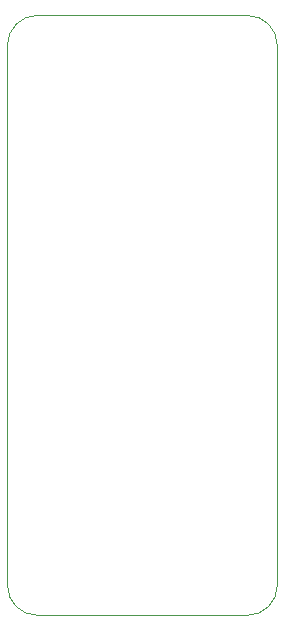
<source format=gbr>
%TF.GenerationSoftware,KiCad,Pcbnew,7.0.9*%
%TF.CreationDate,2023-12-25T10:03:32-05:00*%
%TF.ProjectId,pcb_ac_interface,7063625f-6163-45f6-996e-746572666163,rev?*%
%TF.SameCoordinates,Original*%
%TF.FileFunction,Profile,NP*%
%FSLAX46Y46*%
G04 Gerber Fmt 4.6, Leading zero omitted, Abs format (unit mm)*
G04 Created by KiCad (PCBNEW 7.0.9) date 2023-12-25 10:03:32*
%MOMM*%
%LPD*%
G01*
G04 APERTURE LIST*
%TA.AperFunction,Profile*%
%ADD10C,0.100000*%
%TD*%
G04 APERTURE END LIST*
D10*
X148590000Y-114300000D02*
X130810000Y-114300000D01*
X151130000Y-66040000D02*
X151130000Y-111760000D01*
X130810000Y-63500000D02*
X148590000Y-63500000D01*
X128270000Y-111760000D02*
X128270000Y-66040000D01*
X130810000Y-63500000D02*
G75*
G03*
X128270000Y-66040000I0J-2540000D01*
G01*
X128270000Y-111760000D02*
G75*
G03*
X130810000Y-114300000I2540000J0D01*
G01*
X148590000Y-114300000D02*
G75*
G03*
X151130000Y-111760000I0J2540000D01*
G01*
X151130000Y-66040000D02*
G75*
G03*
X148590000Y-63500000I-2540000J0D01*
G01*
M02*

</source>
